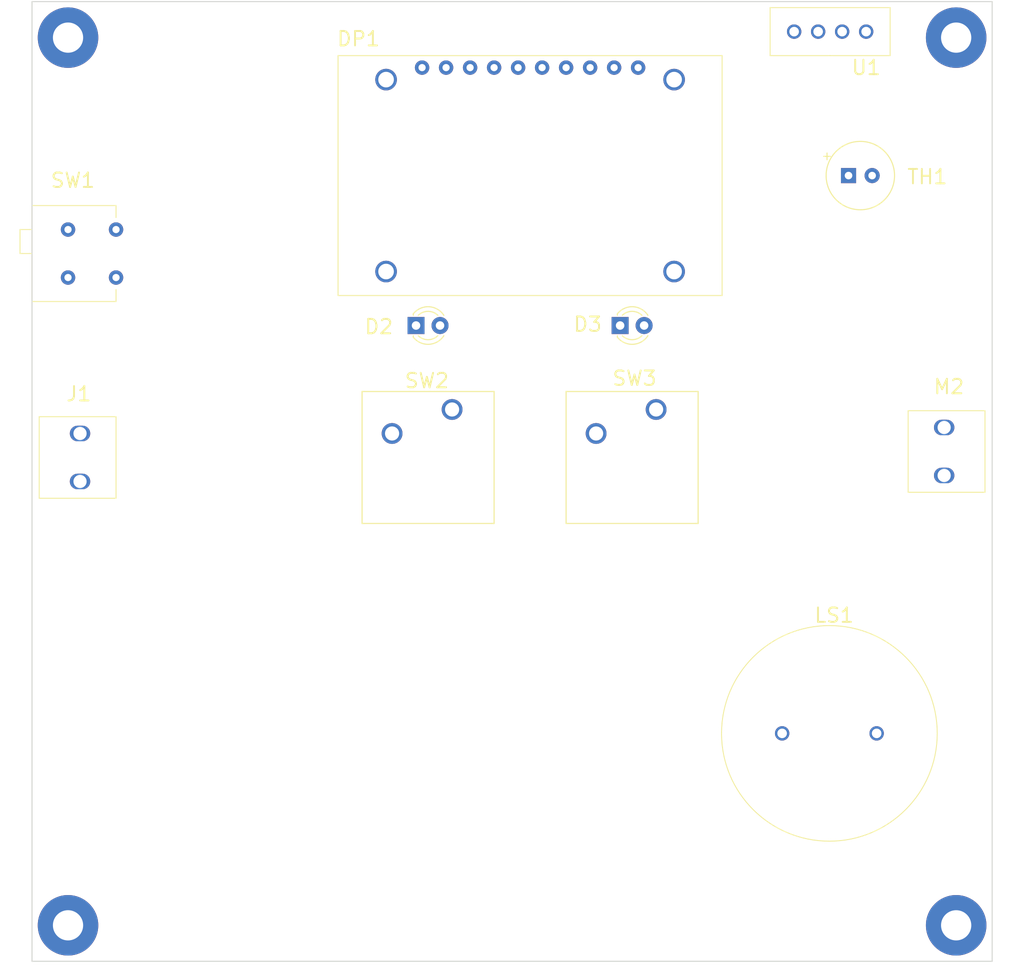
<source format=kicad_pcb>
(kicad_pcb (version 20221018) (generator pcbnew)
  (layers (0 "F.Cu" signal) (31 "B.Cu" signal) (34 "B.Paste" user) (35 "F.Paste" user) (36 "B.SilkS" user "B.Silkscreen") (37 "F.SilkS" user "F.Silkscreen") (38 "B.Mask" user) (39 "F.Mask" user) (44 "Edge.Cuts" user))
  (net 0 "")
  (net 1 "/TX")
  (net 2 "GND")
  (net 3 "/SDA")
  (net 4 "/SCL")
  (net 5 "Net-(A1-D4)")
  (net 6 "Net-(A1-D5)")
  (net 7 "Net-(A1-D6)")
  (net 8 "Net-(A1-D7)")
  (net 9 "Net-(A1-A0)")
  (net 10 "+5V")
  (net 11 "+12V")
  (net 12 "Net-(J1-Pin_1)")
  (net 13 "Net-(M2--)")
  (net 14 "Net-(R1-Pad2)")
  (net 15 "Net-(D2-A)")
  (net 16 "Net-(D3-A)")
  (footprint "my_switches:AS11AH_slide_switch" (layer "F.Cu") (at 46.99 67.31)
    (fp_text reference "SW1" (at -2.032 -7.747) (layer "F.SilkS") (effects (font (size 1.524 1.524) (thickness 0.2032))))
    (fp_text value "SW_SPST")
    (fp_line (start -7.62 -2.54) (end -7.62 0) (stroke (width 0.1)) (layer "F.SilkS"))
    (fp_line (start -7.62 0) (end -6.35 0) (stroke (width 0.1)) (layer "F.SilkS"))
    (fp_line (start -6.35 -5.08) (end -6.35 5.08) (stroke (width 0.1)) (layer "F.SilkS"))
    (fp_line (start -6.35 -2.54) (end -7.62 -2.54) (stroke (width 0.1)) (layer "F.SilkS"))
    (fp_line (start -6.35 5.08) (end 2.54 5.08) (stroke (width 0.1)) (layer "F.SilkS"))
    (fp_line (start 2.54 -5.08) (end -6.35 -5.08) (stroke (width 0.1)) (layer "F.SilkS"))
    (fp_line (start 2.54 -3.81) (end 2.54 -5.08) (stroke (width 0.1)) (layer "F.SilkS"))
    (fp_line (start 2.54 5.08) (end 2.54 3.81) (stroke (width 0.1)) (layer "F.SilkS"))
    (pad "1" thru_hole circle (at 2.54 -2.54) (size 1.524 1.524) (drill 0.762) (layers "*.Cu" "*.Mask") (net 12 "Net-(J1-Pin_1)"))
    (pad "2" thru_hole circle (at 2.54 2.54) (size 1.524 1.524) (drill 0.762) (layers "*.Cu" "*.Mask") (net 11 "+12V"))
    (pad "3" thru_hole circle (at -2.54 -2.54) (size 1.524 1.524) (drill 0.762) (layers "*.Cu" "*.Mask"))
    (pad "4" thru_hole circle (at -2.54 2.54) (size 1.524 1.524) (drill 0.762) (layers "*.Cu" "*.Mask"))
  )
  (footprint "Capacitor_THT:CP_Radial_Tantal_D7.0mm_P2.50mm" (layer "F.Cu") (at 127.04 59.055)
    (fp_text reference "TH1" (at 8.342 0.127) (layer "F.SilkS") (effects (font (size 1.524 1.524) (thickness 0.2032))))
    (fp_text value "Thermistor_NTC")
    (fp_line (start -2.624723 -2.035) (end -1.924723 -2.035) (stroke (width 0.12)) (layer "F.SilkS"))
    (fp_line (start -2.274723 -2.385) (end -2.274723 -1.685) (stroke (width 0.12)) (layer "F.SilkS"))
    (fp_circle (center 1.25 0) (end 4.87 0) (stroke (width 0.12)) (fill none) (layer "F.SilkS"))
    (pad "1" thru_hole rect (at 0 0) (size 1.6 1.6) (drill 0.8) (layers "*.Cu" "*.Mask") (net 14 "Net-(R1-Pad2)"))
    (pad "2" thru_hole circle (at 2.5 0) (size 1.6 1.6) (drill 0.8) (layers "*.Cu" "*.Mask") (net 9 "Net-(A1-A0)"))
  )
  (footprint "LED_THT:LED_D3.0mm" (layer "F.Cu") (at 102.87 74.93)
    (fp_text reference "D3" (at -3.429 -0.127) (layer "F.SilkS") (effects (font (size 1.524 1.524) (thickness 0.2032))))
    (fp_text value "LED_RED")
    (fp_line (start -0.29 -1.236) (end -0.29 -1.08) (stroke (width 0.12)) (layer "F.SilkS"))
    (fp_line (start -0.29 1.08) (end -0.29 1.236) (stroke (width 0.12)) (layer "F.SilkS"))
    (fp_arc (start -0.29 -1.235516) (mid 1.366487 -1.987659) (end 2.942335 -1.078608) (stroke (width 0.12)) (layer "F.SilkS"))
    (fp_arc (start 0.229039 -1.08) (mid 1.270117 -1.5) (end 2.31113 -1.079837) (stroke (width 0.12)) (layer "F.SilkS"))
    (fp_arc (start 2.31113 1.079837) (mid 1.270117 1.5) (end 0.229039 1.08) (stroke (width 0.12)) (layer "F.SilkS"))
    (fp_arc (start 2.942335 1.078608) (mid 1.366487 1.987659) (end -0.29 1.235516) (stroke (width 0.12)) (layer "F.SilkS"))
    (pad "1" thru_hole rect (at 0 0) (size 1.8 1.8) (drill 0.9) (layers "*.Cu" "*.Mask") (net 2 "GND"))
    (pad "2" thru_hole circle (at 2.54 0) (size 1.8 1.8) (drill 0.9) (layers "*.Cu" "*.Mask") (net 16 "Net-(D3-A)"))
  )
  (footprint "my_LCD:sparkfun-serial-led-4digit" (layer "F.Cu") (at 93.345 59.055)
    (fp_text reference "DP1" (at -18.161 -14.478) (layer "F.SilkS") (effects (font (size 1.524 1.524) (thickness 0.2032))))
    (fp_text value "~")
    (fp_line (start -20.32 -12.7) (end 20.32 -12.7) (stroke (width 0.1)) (layer "F.SilkS"))
    (fp_line (start -20.32 12.7) (end -20.32 -12.7) (stroke (width 0.1)) (layer "F.SilkS"))
    (fp_line (start 20.32 -12.7) (end 20.32 12.7) (stroke (width 0.1)) (layer "F.SilkS"))
    (fp_line (start 20.32 12.7) (end -20.32 12.7) (stroke (width 0.1)) (layer "F.SilkS"))
    (pad "1" thru_hole circle (at -11.43 -11.43) (size 1.524 1.524) (drill 0.762) (layers "*.Cu" "*.Mask") (net 1 "/TX"))
    (pad "2" thru_hole circle (at -8.89 -11.43) (size 1.524 1.524) (drill 0.762) (layers "*.Cu" "*.Mask"))
    (pad "3" thru_hole circle (at -6.35 -11.43) (size 1.524 1.524) (drill 0.762) (layers "*.Cu" "*.Mask"))
    (pad "4" thru_hole circle (at -3.81 -11.43) (size 1.524 1.524) (drill 0.762) (layers "*.Cu" "*.Mask"))
    (pad "5" thru_hole circle (at -1.27 -11.43) (size 1.524 1.524) (drill 0.762) (layers "*.Cu" "*.Mask"))
    (pad "6" thru_hole circle (at 1.27 -11.43) (size 1.524 1.524) (drill 0.762) (layers "*.Cu" "*.Mask"))
    (pad "7" thru_hole circle (at 3.81 -11.43) (size 1.524 1.524) (drill 0.762) (layers "*.Cu" "*.Mask") (net 10 "+5V"))
    (pad "8" thru_hole circle (at 6.35 -11.43) (size 1.524 1.524) (drill 0.762) (layers "*.Cu" "*.Mask") (net 2 "GND"))
    (pad "9" thru_hole circle (at 8.89 -11.43) (size 1.524 1.524) (drill 0.762) (layers "*.Cu" "*.Mask"))
    (pad "10" thru_hole circle (at 11.43 -11.43) (size 1.524 1.524) (drill 0.762) (layers "*.Cu" "*.Mask"))
    (pad "11" thru_hole circle (at -15.24 -10.16) (size 2.286 2.286) (drill 1.651) (layers "*.Cu" "*.Mask"))
    (pad "12" thru_hole circle (at 15.24 -10.16) (size 2.286 2.286) (drill 1.651) (layers "*.Cu" "*.Mask"))
    (pad "13" thru_hole circle (at 15.24 10.16) (size 2.286 2.286) (drill 1.651) (layers "*.Cu" "*.Mask"))
    (pad "14" thru_hole circle (at -15.24 10.16) (size 2.286 2.286) (drill 1.651) (layers "*.Cu" "*.Mask"))
  )
  (footprint "my_cherry:SW_Cherry_MX_1.00u_PCB" (layer "F.Cu") (at 106.68 83.82)
    (fp_text reference "SW3" (at -2.286 -3.302) (layer "F.SilkS") (effects (font (size 1.524 1.524) (thickness 0.2032))))
    (fp_text value "SW_Push")
    (fp_line (start -9.525 -1.905) (end 4.445 -1.905) (stroke (width 0.12)) (layer "F.SilkS"))
    (fp_line (start -9.525 12.065) (end -9.525 -1.905) (stroke (width 0.12)) (layer "F.SilkS"))
    (fp_line (start 4.445 -1.905) (end 4.445 12.065) (stroke (width 0.12)) (layer "F.SilkS"))
    (fp_line (start 4.445 12.065) (end -9.525 12.065) (stroke (width 0.12)) (layer "F.SilkS"))
    (pad "" np_thru_hole circle (at -7.62 5.08) (size 1.7 1.7) (drill 1.7) (layers "*.Cu" "*.Mask"))
    (pad "" np_thru_hole circle (at -2.54 5.08) (size 4 4) (drill 4) (layers "*.Cu" "*.Mask"))
    (pad "" np_thru_hole circle (at 2.54 5.08) (size 1.7 1.7) (drill 1.7) (layers "*.Cu" "*.Mask"))
    (pad "1" thru_hole circle (at 0 0) (size 2.2 2.2) (drill 1.5) (layers "*.Cu" "*.Mask") (net 2 "GND"))
    (pad "2" thru_hole circle (at -6.35 2.54) (size 2.2 2.2) (drill 1.5) (layers "*.Cu" "*.Mask") (net 6 "Net-(A1-D5)"))
  )
  (footprint "my_terminal:Wuerth_WR-WTB_64800211622_1x02_P1.50mm_Vertical" (layer "F.Cu") (at 137.16 88.265 90)
    (fp_text reference "M2" (at 6.858 0.508 180) (layer "F.SilkS") (effects (font (size 1.524 1.524) (thickness 0.2032))))
    (fp_text value "Fan")
    (fp_line (start -4.318 -3.81) (end 4.318 -3.81) (stroke (width 0.1)) (layer "F.SilkS"))
    (fp_line (start -4.318 4.318) (end -4.318 -3.81) (stroke (width 0.1)) (layer "F.SilkS"))
    (fp_line (start 4.318 -3.81) (end 4.318 4.318) (stroke (width 0.1)) (layer "F.SilkS"))
    (fp_line (start 4.318 4.318) (end -4.318 4.318) (stroke (width 0.1)) (layer "F.SilkS"))
    (pad "1" thru_hole oval (at -2.54 0 90) (size 1.651 2.159) (drill 1.397) (layers "*.Cu" "*.Mask") (net 11 "+12V"))
    (pad "2" thru_hole oval (at 2.54 0 90) (size 1.651 2.159) (drill 1.397) (layers "*.Cu" "*.Mask") (net 13 "Net-(M2--)"))
  )
  (footprint "LED_THT:LED_D3.0mm" (layer "F.Cu") (at 81.275 74.93)
    (fp_text reference "D2" (at -3.932 0.127) (layer "F.SilkS") (effects (font (size 1.524 1.524) (thickness 0.2032))))
    (fp_text value "LED_GREEN")
    (fp_line (start -0.29 -1.236) (end -0.29 -1.08) (stroke (width 0.12)) (layer "F.SilkS"))
    (fp_line (start -0.29 1.08) (end -0.29 1.236) (stroke (width 0.12)) (layer "F.SilkS"))
    (fp_arc (start -0.29 -1.235516) (mid 1.366487 -1.987659) (end 2.942335 -1.078608) (stroke (width 0.12)) (layer "F.SilkS"))
    (fp_arc (start 0.229039 -1.08) (mid 1.270117 -1.5) (end 2.31113 -1.079837) (stroke (width 0.12)) (layer "F.SilkS"))
    (fp_arc (start 2.31113 1.079837) (mid 1.270117 1.5) (end 0.229039 1.08) (stroke (width 0.12)) (layer "F.SilkS"))
    (fp_arc (start 2.942335 1.078608) (mid 1.366487 1.987659) (end -0.29 1.235516) (stroke (width 0.12)) (layer "F.SilkS"))
    (pad "1" thru_hole rect (at 0 0) (size 1.8 1.8) (drill 0.9) (layers "*.Cu" "*.Mask") (net 2 "GND"))
    (pad "2" thru_hole circle (at 2.54 0) (size 1.8 1.8) (drill 0.9) (layers "*.Cu" "*.Mask") (net 15 "Net-(D2-A)"))
  )
  (footprint "my_speaker:SM231508-1_speaker_D22.8P10.0" (layer "F.Cu") (at 125.015 118.11)
    (fp_text reference "LS1" (at 0.5 -12.5) (layer "F.SilkS") (effects (font (size 1.524 1.524) (thickness 0.2032))))
    (fp_text value "Speaker")
    (fp_circle (center 0 0) (end 10 5.5) (stroke (width 0.1)) (fill none) (layer "F.SilkS"))
    (pad "1" thru_hole circle (at -5 0) (size 1.524 1.524) (drill 1.016) (layers "*.Cu" "*.Mask") (net 7 "Net-(A1-D6)"))
    (pad "2" thru_hole circle (at 5 0) (size 1.524 1.524) (drill 1.016) (layers "*.Cu" "*.Mask") (net 8 "Net-(A1-D7)"))
  )
  (footprint "MountingHole:MountingHole_3.2mm_M3_Pad" (layer "F.Cu") (at 138.43 44.45)
    (fp_text reference "H2" hide)
    (fp_text value "MountingHole")
    (pad "1" thru_hole circle (at 0 0) (size 6.4 6.4) (drill 3.2) (layers "*.Cu" "*.Mask"))
  )
  (footprint "MountingHole:MountingHole_3.2mm_M3_Pad" (layer "F.Cu") (at 44.45 44.45)
    (fp_text reference "H1" hide)
    (fp_text value "MountingHole")
    (pad "1" thru_hole circle (at 0 0) (size 6.4 6.4) (drill 3.2) (layers "*.Cu" "*.Mask"))
  )
  (footprint "my_terminal:Wuerth_WR-WTB_64800211622_1x02_P1.50mm_Vertical" (layer "F.Cu") (at 45.72 88.9 -90)
    (fp_text reference "J1" (at -6.731 0.127 -180) (layer "F.SilkS") (effects (font (size 1.524 1.524) (thickness 0.2032))))
    (fp_text value "Screw_Terminal_01x02")
    (fp_line (start -4.318 -3.81) (end 4.318 -3.81) (stroke (width 0.1)) (layer "F.SilkS"))
    (fp_line (start -4.318 4.318) (end -4.318 -3.81) (stroke (width 0.1)) (layer "F.SilkS"))
    (fp_line (start 4.318 -3.81) (end 4.318 4.318) (stroke (width 0.1)) (layer "F.SilkS"))
    (fp_line (start 4.318 4.318) (end -4.318 4.318) (stroke (width 0.1)) (layer "F.SilkS"))
    (pad "1" thru_hole oval (at -2.54 0 270) (size 1.651 2.159) (drill 1.397) (layers "*.Cu" "*.Mask") (net 12 "Net-(J1-Pin_1)"))
    (pad "2" thru_hole oval (at 2.54 0 270) (size 1.651 2.159) (drill 1.397) (layers "*.Cu" "*.Mask") (net 2 "GND"))
  )
  (footprint "my_DHT:DHT20" (layer "F.Cu") (at 125.095 43.815 180)
    (fp_text reference "U1" (at -3.81 -3.81 180) (layer "F.SilkS") (effects (font (size 1.524 1.524) (thickness 0.2032))))
    (fp_text value "DHT20")
    (fp_line (start -6.35 -2.54) (end -6.35 2.54) (stroke (width 0.1)) (layer "F.SilkS"))
    (fp_line (start -6.35 2.54) (end 6.35 2.54) (stroke (width 0.1)) (layer "F.SilkS"))
    (fp_line (start 0 -2.54) (end -6.35 -2.54) (stroke (width 0.1)) (layer "F.SilkS"))
    (fp_line (start 6.35 -2.54) (end 0 -2.54) (stroke (width 0.1)) (layer "F.SilkS"))
    (fp_line (start 6.35 2.54) (end 6.35 -2.54) (stroke (width 0.1)) (layer "F.SilkS"))
    (pad "1" thru_hole circle (at -3.81 0 180) (size 1.524 1.524) (drill 1.016) (layers "*.Cu" "*.Mask") (net 10 "+5V"))
    (pad "2" thru_hole circle (at -1.27 0 180) (size 1.524 1.524) (drill 1.016) (layers "*.Cu" "*.Mask") (net 3 "/SDA"))
    (pad "3" thru_hole circle (at 1.27 0 180) (size 1.524 1.524) (drill 1.016) (layers "*.Cu" "*.Mask") (net 2 "GND"))
    (pad "4" thru_hole circle (at 3.81 0 180) (size 1.524 1.524) (drill 1.016) (layers "*.Cu" "*.Mask") (net 4 "/SCL"))
  )
  (footprint "MountingHole:MountingHole_3.2mm_M3_Pad" (layer "F.Cu") (at 44.45 138.43)
    (fp_text reference "H3" hide)
    (fp_text value "MountingHole")
    (pad "1" thru_hole circle (at 0 0) (size 6.4 6.4) (drill 3.2) (layers "*.Cu" "*.Mask"))
  )
  (footprint "my_cherry:SW_Cherry_MX_1.00u_PCB" (layer "F.Cu") (at 85.09 83.82)
    (fp_text reference "SW2" (at -2.667 -3.048) (layer "F.SilkS") (effects (font (size 1.524 1.524) (thickness 0.2032))))
    (fp_text value "SW_Push")
    (fp_line (start -9.525 -1.905) (end 4.445 -1.905) (stroke (width 0.12)) (layer "F.SilkS"))
    (fp_line (start -9.525 12.065) (end -9.525 -1.905) (stroke (width 0.12)) (layer "F.SilkS"))
    (fp_line (start 4.445 -1.905) (end 4.445 12.065) (stroke (width 0.12)) (layer "F.SilkS"))
    (fp_line (start 4.445 12.065) (end -9.525 12.065) (stroke (width 0.12)) (layer "F.SilkS"))
    (pad "" np_thru_hole circle (at -7.62 5.08) (size 1.7 1.7) (drill 1.7) (layers "*.Cu" "*.Mask"))
    (pad "" np_thru_hole circle (at -2.54 5.08) (size 4 4) (drill 4) (layers "*.Cu" "*.Mask"))
    (pad "" np_thru_hole circle (at 2.54 5.08) (size 1.7 1.7) (drill 1.7) (layers "*.Cu" "*.Mask"))
    (pad "1" thru_hole circle (at 0 0) (size 2.2 2.2) (drill 1.5) (layers "*.Cu" "*.Mask") (net 2 "GND"))
    (pad "2" thru_hole circle (at -6.35 2.54) (size 2.2 2.2) (drill 1.5) (layers "*.Cu" "*.Mask") (net 5 "Net-(A1-D4)"))
  )
  (footprint "MountingHole:MountingHole_3.2mm_M3_Pad" (layer "F.Cu") (at 138.43 138.43)
    (fp_text reference "H4" hide)
    (fp_text value "MountingHole")
    (pad "1" thru_hole circle (at 0 0) (size 6.4 6.4) (drill 3.2) (layers "*.Cu" "*.Mask"))
  )
  (gr_line (start 142.24 142.24) (end 40.64 142.24) (stroke (width 0.1)) (layer "Edge.Cuts"))
  (gr_line (start 40.64 142.24) (end 40.64 40.64) (stroke (width 0.1)) (layer "Edge.Cuts"))
  (gr_line (start 40.64 40.64) (end 142.24 40.64) (stroke (width 0.1)) (layer "Edge.Cuts"))
  (gr_line (start 142.24 40.64) (end 142.24 142.24) (stroke (width 0.1)) (layer "Edge.Cuts"))
)
</source>
